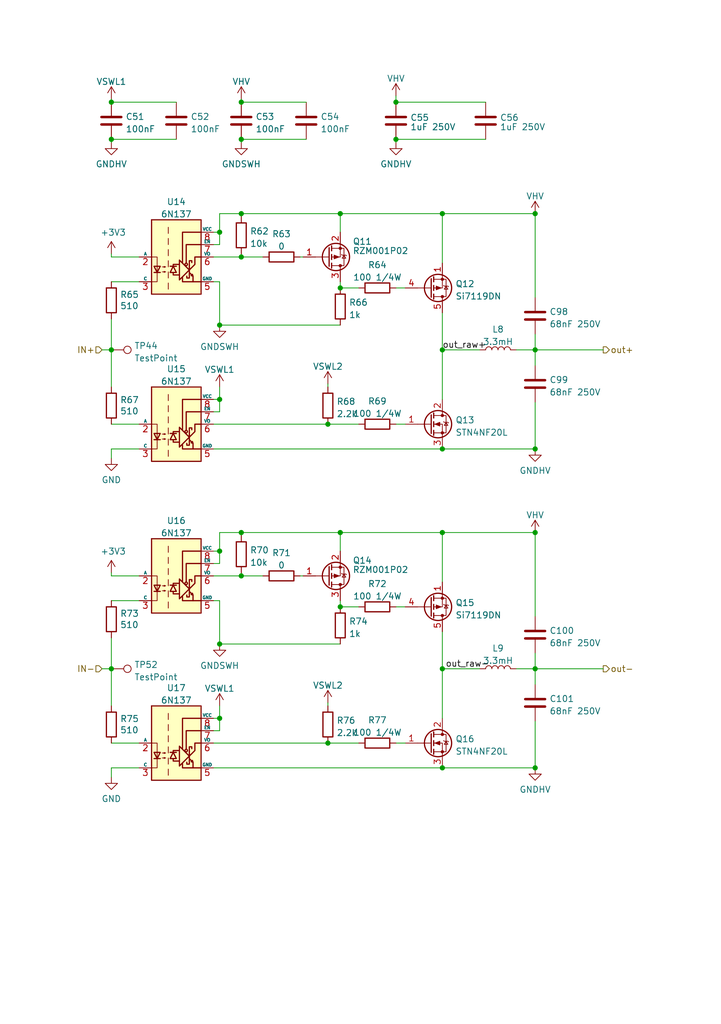
<source format=kicad_sch>
(kicad_sch (version 20230121) (generator eeschema)
  (paper "A5" portrait)
  (title_block (title "EL Controller - Output Channel") (date "2022-04-03") (rev "2") (company "Light By Christian Baldus"))
  (lib_symbols
    (symbol "Connector:TestPoint" (pin_numbers hide) (pin_names (offset 0.762) hide)
      (property "Reference" "TP" (at 0 6.858 0))
      (property "Value" "TestPoint" (at 0 5.08 0))
      (symbol "TestPoint_0_1"
        (circle (center 0 3.302) (radius 0.762))
      )
      (symbol "TestPoint_1_1"
        (pin passive line (at 0 0 90) (length 2.54) (name "1") (number "1"))
      )
    )
    (symbol "Device:C" (pin_numbers hide) (pin_names (offset 0.254))
      (property "Reference" "C" (at 0.635 2.54 0))
      (property "Value" "C" (at 0.635 -2.54 0))
      (symbol "C_0_1"
        (polyline (pts (xy -2.032 -0.762) (xy 2.032 -0.762)) (stroke (width 0.508)))
        (polyline (pts (xy -2.032 0.762) (xy 2.032 0.762)) (stroke (width 0.508)))
      )
      (symbol "C_1_1"
        (pin passive line (at 0 3.81 270) (length 2.794) (name "~") (number "1"))
        (pin passive line (at 0 -3.81 90) (length 2.794) (name "~") (number "2"))
      )
    )
    (symbol "Device:L" (pin_numbers hide) (pin_names (offset 1.016) hide)
      (property "Reference" "L" (at -1.27 0 90))
      (property "Value" "L" (at 1.905 0 90))
      (symbol "L_0_1"
        (arc (start 0 -2.54) (mid 0.6323 -1.905) (end 0 -1.27))
        (arc (start 0 -1.27) (mid 0.6323 -0.635) (end 0 0))
        (arc (start 0 0) (mid 0.6323 0.635) (end 0 1.27))
        (arc (start 0 1.27) (mid 0.6323 1.905) (end 0 2.54))
      )
      (symbol "L_1_1"
        (pin passive line (at 0 3.81 270) (length 1.27) (name "1") (number "1"))
        (pin passive line (at 0 -3.81 90) (length 1.27) (name "2") (number "2"))
      )
    )
    (symbol "Device:Q_PMOS_GSD" (pin_names (offset 0) hide)
      (property "Reference" "Q" (at 5.08 1.27 0))
      (property "Value" "Q_PMOS_GSD" (at 5.08 -1.27 0))
      (symbol "Q_PMOS_GSD_0_1"
        (polyline (pts (xy 0.254 0) (xy -2.54 0)))
        (polyline (pts (xy 0.254 1.905) (xy 0.254 -1.905)) (stroke (width 0.254)))
        (polyline (pts (xy 0.762 -1.27) (xy 0.762 -2.286)) (stroke (width 0.254)))
        (polyline (pts (xy 0.762 0.508) (xy 0.762 -0.508)) (stroke (width 0.254)))
        (polyline (pts (xy 0.762 2.286) (xy 0.762 1.27)) (stroke (width 0.254)))
        (polyline (pts (xy 2.54 2.54) (xy 2.54 1.778)))
        (polyline (pts (xy 2.54 -2.54) (xy 2.54 0) (xy 0.762 0)))
        (polyline (pts (xy 0.762 1.778) (xy 3.302 1.778) (xy 3.302 -1.778) (xy 0.762 -1.778)))
        (polyline (pts (xy 2.286 0) (xy 1.27 0.381) (xy 1.27 -0.381) (xy 2.286 0)) (fill (type outline)))
        (polyline (pts (xy 2.794 -0.508) (xy 2.921 -0.381) (xy 3.683 -0.381) (xy 3.81 -0.254)))
        (polyline (pts (xy 3.302 -0.381) (xy 2.921 0.254) (xy 3.683 0.254) (xy 3.302 -0.381)))
        (circle (center 1.651 0) (radius 2.794) (stroke (width 0.254)))
        (circle (center 2.54 -1.778) (radius 0.254) (fill (type outline)))
        (circle (center 2.54 1.778) (radius 0.254) (fill (type outline)))
      )
      (symbol "Q_PMOS_GSD_1_1"
        (pin input line (at -5.08 0 0) (length 2.54) (name "G") (number "1"))
        (pin passive line (at 2.54 -5.08 90) (length 2.54) (name "S") (number "2"))
        (pin passive line (at 2.54 5.08 270) (length 2.54) (name "D") (number "3"))
      )
    )
    (symbol "Device:R" (pin_numbers hide) (pin_names (offset 0))
      (property "Reference" "R" (at 2.032 0 90))
      (property "Value" "R" (at 0 0 90))
      (symbol "R_0_1"
        (rectangle (start -1.016 -2.54) (end 1.016 2.54) (stroke (width 0.254)))
      )
      (symbol "R_1_1"
        (pin passive line (at 0 3.81 270) (length 1.27) (name "~") (number "1"))
        (pin passive line (at 0 -3.81 90) (length 1.27) (name "~") (number "2"))
      )
    )
    (symbol "Isolator:6N137" (pin_names (offset 0))
      (property "Reference" "U" (at -4.064 8.89 0))
      (property "Value" "6N137" (at 0 -8.89 0))
      (symbol "6N137_0_1"
        (polyline (pts (xy 2.667 -3.556) (xy 2.667 -1.651)) (stroke (width 0.254)))
        (polyline (pts (xy 2.667 -2.159) (xy 2.667 -2.921)) (stroke (width 0.254)))
        (polyline (pts (xy 3.429 -3.937) (xy 3.429 -5.08)) (stroke (width 0.254)))
        (polyline (pts (xy -0.635 -3.302) (xy -0.635 -3.683) (xy 0.635 -3.683)) (stroke (width 0.254)))
        (polyline (pts (xy -0.635 -1.905) (xy -0.635 -1.524) (xy 0.508 -1.524)) (stroke (width 0.254)))
        (polyline (pts (xy 1.27 -4.064) (xy 1.27 -5.08) (xy 5.08 -5.08)) (stroke (width 0.254)))
        (polyline (pts (xy 1.27 -1.27) (xy 1.27 5.08) (xy 5.08 5.08)) (stroke (width 0.254)))
        (polyline (pts (xy 2.032 -1.27) (xy 2.032 2.54) (xy 5.08 2.54)) (stroke (width 0.254)))
        (polyline (pts (xy -5.08 -5.08) (xy -3.937 -5.08) (xy -3.937 0) (xy -5.08 0)))
        (polyline (pts (xy 2.667 -3.302) (xy 2.667 -4.318) (xy 2.159 -4.318) (xy 2.159 -3.937)) (stroke (width 0.254)))
        (polyline (pts (xy 2.667 -2.667) (xy 0.635 -4.699) (xy 0.635 -0.635) (xy 2.667 -2.667)) (stroke (width 0.254)))
        (polyline (pts (xy 2.667 -1.778) (xy 2.667 -0.762) (xy 3.175 -0.762) (xy 3.175 -1.143)) (stroke (width 0.254)))
        (polyline (pts (xy 2.794 -2.54) (xy 3.81 -1.524) (xy 3.81 0) (xy 5.08 0)) (stroke (width 0.254)))
        (polyline (pts (xy 2.667 -3.175) (xy 3.429 -3.937) (xy 3.302 -3.556) (xy 3.048 -3.81) (xy 3.429 -3.937)) (stroke (width 0.254)))
        (circle (center 2.032 -1.524) (radius 0.254) (stroke (width 0.254)))
      )
      (symbol "6N137_1_1"
        (rectangle (start -5.08 7.62) (end 5.08 -7.62) (stroke (width 0.254)) (fill (type background)))
        (polyline (pts (xy -4.572 -3.175) (xy -3.302 -3.175)) (stroke (width 0.254)))
        (polyline (pts (xy -1.651 -5.334) (xy -1.651 -6.604)))
        (polyline (pts (xy -1.651 -3.048) (xy -1.651 -4.318)))
        (polyline (pts (xy -1.651 -0.762) (xy -1.651 -2.032)))
        (polyline (pts (xy -1.651 1.524) (xy -1.651 0.254)))
        (polyline (pts (xy -1.651 3.81) (xy -1.651 2.54)))
        (polyline (pts (xy -1.651 6.096) (xy -1.651 4.826)))
        (polyline (pts (xy -1.27 -1.905) (xy 0 -1.905)) (stroke (width 0.254)))
        (polyline (pts (xy -3.937 -3.175) (xy -4.572 -1.905) (xy -3.302 -1.905) (xy -3.937 -3.175)) (stroke (width 0.254)))
        (polyline (pts (xy -0.635 -1.905) (xy -1.27 -3.175) (xy 0 -3.175) (xy -0.635 -1.905)) (stroke (width 0.254)))
        (polyline (pts (xy -2.921 -3.048) (xy -2.159 -3.048) (xy -2.54 -3.175) (xy -2.54 -2.921) (xy -2.159 -3.048)) (stroke (width 0.127)))
        (polyline (pts (xy -2.921 -2.032) (xy -2.159 -2.032) (xy -2.54 -2.159) (xy -2.54 -1.905) (xy -2.159 -2.032)) (stroke (width 0.127)))
        (pin no_connect line (at -5.08 5.08 0) (length 2.54) hide (name "NC") (number "1"))
        (pin passive line (at -7.62 0 0) (length 2.54) (name "A") (number "2"))
        (pin passive line (at -7.62 -5.08 0) (length 2.54) (name "C") (number "3"))
        (pin power_in line (at 7.62 -5.08 180) (length 2.54) (name "GND") (number "5"))
        (pin open_collector line (at 7.62 0 180) (length 2.54) (name "VO") (number "6"))
        (pin input line (at 7.62 2.54 180) (length 2.54) (name "EN") (number "7"))
        (pin power_in line (at 7.62 5.08 180) (length 2.54) (name "VCC") (number "8"))
      )
    )
    (symbol "el_components:GNDHV" (power) (pin_names (offset 0))
      (property "Value" "GNDHV" (at 0 -3.81 0))
      (symbol "GNDHV_0_1"
        (polyline (pts (xy 0 0) (xy 0 -1.27) (xy 1.27 -1.27) (xy 0 -2.54) (xy -1.27 -1.27) (xy 0 -1.27)))
      )
      (symbol "GNDHV_1_1"
        (pin power_in line (at 0 0 270) (length 0) hide (name "GNDHV") (number "1"))
      )
    )
    (symbol "el_components:GNDSWH" (power) (pin_names (offset 0))
      (property "Value" "GNDSWH" (at 0 -3.81 0))
      (symbol "GNDSWH_0_1"
        (polyline (pts (xy 0 0) (xy 0 -1.27) (xy 1.27 -1.27) (xy 0 -2.54) (xy -1.27 -1.27) (xy 0 -1.27)))
      )
      (symbol "GNDSWH_1_1"
        (pin power_in line (at 0 0 270) (length 0) hide (name "GNDSWH") (number "1"))
      )
    )
    (symbol "el_components:STN4NF20L" (pin_names (offset 0) hide)
      (property "Reference" "Q" (at 5.08 1.27 0))
      (property "Value" "STN4NF20L" (at 5.08 -1.27 0))
      (symbol "STN4NF20L_0_1"
        (polyline (pts (xy 0.254 0) (xy -2.54 0)))
        (polyline (pts (xy 0.254 1.905) (xy 0.254 -1.905)) (stroke (width 0.254)))
        (polyline (pts (xy 0.762 -1.27) (xy 0.762 -2.286)) (stroke (width 0.254)))
        (polyline (pts (xy 0.762 0.508) (xy 0.762 -0.508)) (stroke (width 0.254)))
        (polyline (pts (xy 0.762 2.286) (xy 0.762 1.27)) (stroke (width 0.254)))
        (polyline (pts (xy 2.54 2.54) (xy 2.54 1.778)))
        (polyline (pts (xy 2.54 -2.54) (xy 2.54 0) (xy 0.762 0)))
        (polyline (pts (xy 0.762 -1.778) (xy 3.302 -1.778) (xy 3.302 1.778) (xy 0.762 1.778)))
        (polyline (pts (xy 1.016 0) (xy 2.032 0.381) (xy 2.032 -0.381) (xy 1.016 0)) (fill (type outline)))
        (polyline (pts (xy 2.794 0.508) (xy 2.921 0.381) (xy 3.683 0.381) (xy 3.81 0.254)))
        (polyline (pts (xy 3.302 0.381) (xy 2.921 -0.254) (xy 3.683 -0.254) (xy 3.302 0.381)))
        (circle (center 1.651 0) (radius 2.794) (stroke (width 0.254)))
        (circle (center 2.54 -1.778) (radius 0.254) (fill (type outline)))
        (circle (center 2.54 1.778) (radius 0.254) (fill (type outline)))
      )
      (symbol "STN4NF20L_1_1"
        (pin input line (at -5.08 0 0) (length 2.54) (name "G") (number "1"))
        (pin passive line (at 2.54 5.08 270) (length 2.54) (name "D") (number "2"))
        (pin passive line (at 2.54 -5.08 90) (length 2.54) (name "S") (number "3"))
      )
    )
    (symbol "el_components:Si7119DN" (pin_names (offset 0) hide)
      (property "Reference" "Q" (at 5.08 1.27 0))
      (symbol "Si7119DN_0_0"
        (pin input line (at -5.08 0 0) (length 2.54) (name "G") (number "4"))
        (pin passive line (at 2.54 5.08 270) (length 2.54) (name "D") (number "5"))
      )
      (symbol "Si7119DN_0_1"
        (polyline (pts (xy 0.254 0) (xy -2.54 0)))
        (polyline (pts (xy 0.254 1.905) (xy 0.254 -1.905)) (stroke (width 0.254)))
        (polyline (pts (xy 0.762 -1.27) (xy 0.762 -2.286)) (stroke (width 0.254)))
        (polyline (pts (xy 0.762 0.508) (xy 0.762 -0.508)) (stroke (width 0.254)))
        (polyline (pts (xy 0.762 2.286) (xy 0.762 1.27)) (stroke (width 0.254)))
        (polyline (pts (xy 2.54 2.54) (xy 2.54 1.778)))
        (polyline (pts (xy 2.54 -2.54) (xy 2.54 0) (xy 0.762 0)))
        (polyline (pts (xy 0.762 1.778) (xy 3.302 1.778) (xy 3.302 -1.778) (xy 0.762 -1.778)))
        (polyline (pts (xy 2.286 0) (xy 1.27 0.381) (xy 1.27 -0.381) (xy 2.286 0)) (fill (type outline)))
        (polyline (pts (xy 2.794 -0.508) (xy 2.921 -0.381) (xy 3.683 -0.381) (xy 3.81 -0.254)))
        (polyline (pts (xy 3.302 -0.381) (xy 2.921 0.254) (xy 3.683 0.254) (xy 3.302 -0.381)))
        (circle (center 1.651 0) (radius 2.794) (stroke (width 0.254)))
        (circle (center 2.54 -1.778) (radius 0.254) (fill (type outline)))
        (circle (center 2.54 1.778) (radius 0.254) (fill (type outline)))
      )
      (symbol "Si7119DN_1_1"
        (pin passive line (at 2.54 -5.08 90) (length 2.54) (name "S") (number "1"))
        (pin passive line (at 2.54 -5.08 90) (length 2.54) hide (name "S") (number "2"))
        (pin passive line (at 2.54 -5.08 90) (length 2.54) hide (name "S") (number "3"))
      )
    )
    (symbol "el_components:VHV" (power) (pin_names (offset 0))
      (property "Value" "VHV" (at 0 3.81 0))
      (symbol "VHV_0_1"
        (polyline (pts (xy -0.762 1.27) (xy 0 2.54)))
        (polyline (pts (xy 0 0) (xy 0 2.54)))
        (polyline (pts (xy 0 2.54) (xy 0.762 1.27)))
      )
      (symbol "VHV_1_1"
        (pin power_in line (at 0 0 90) (length 0) hide (name "VHV") (number "1"))
      )
    )
    (symbol "el_components:VSWL1" (power) (pin_names (offset 0))
      (property "Value" "VSWL1" (at 0 3.81 0))
      (symbol "VSWL1_0_1"
        (polyline (pts (xy -0.762 1.27) (xy 0 2.54)))
        (polyline (pts (xy 0 0) (xy 0 2.54)))
        (polyline (pts (xy 0 2.54) (xy 0.762 1.27)))
      )
      (symbol "VSWL1_1_1"
        (pin power_in line (at 0 0 90) (length 0) hide (name "VSWL1") (number "1"))
      )
    )
    (symbol "el_components:VSWL2" (power) (pin_names (offset 0))
      (property "Value" "VSWL2" (at 0 3.81 0))
      (symbol "VSWL2_0_1"
        (polyline (pts (xy -0.762 1.27) (xy 0 2.54)))
        (polyline (pts (xy 0 0) (xy 0 2.54)))
        (polyline (pts (xy 0 2.54) (xy 0.762 1.27)))
      )
      (symbol "VSWL2_1_1"
        (pin power_in line (at 0 0 90) (length 0) hide (name "VSWL2") (number "1"))
      )
    )
    (symbol "power:+3V3" (power) (pin_names (offset 0))
      (property "Value" "+3V3" (at 0 3.556 0))
      (symbol "+3V3_0_1"
        (polyline (pts (xy -0.762 1.27) (xy 0 2.54)))
        (polyline (pts (xy 0 0) (xy 0 2.54)))
        (polyline (pts (xy 0 2.54) (xy 0.762 1.27)))
      )
      (symbol "+3V3_1_1"
        (pin power_in line (at 0 0 90) (length 0) hide (name "+3V3") (number "1"))
      )
    )
    (symbol "power:GND" (power) (pin_names (offset 0))
      (property "Value" "GND" (at 0 -3.81 0))
      (symbol "GND_0_1"
        (polyline (pts (xy 0 0) (xy 0 -1.27) (xy 1.27 -1.27) (xy 0 -2.54) (xy -1.27 -1.27) (xy 0 -1.27)))
      )
      (symbol "GND_1_1"
        (pin power_in line (at 0 0 270) (length 0) hide (name "GND") (number "1"))
      )
    )
  )
  (junction (at 22.86 28.575))
  (junction (at 109.855 43.815))
  (junction (at 109.855 137.16))
  (junction (at 22.86 20.955))
  (junction (at 49.53 118.11))
  (junction (at 49.53 43.815))
  (junction (at 49.53 20.955))
  (junction (at 69.85 59.055))
  (junction (at 90.805 109.22))
  (junction (at 22.86 137.16))
  (junction (at 49.53 28.575))
  (junction (at 67.31 152.4))
  (junction (at 22.86 71.755))
  (junction (at 109.855 157.48))
  (junction (at 45.085 113.03))
  (junction (at 90.805 43.815))
  (junction (at 45.085 132.08))
  (junction (at 49.53 109.22))
  (junction (at 81.28 28.575))
  (junction (at 45.085 147.32))
  (junction (at 69.85 43.815))
  (junction (at 109.855 109.22))
  (junction (at 69.85 109.22))
  (junction (at 45.085 81.915))
  (junction (at 69.85 124.46))
  (junction (at 90.805 71.755))
  (junction (at 45.085 47.625))
  (junction (at 109.855 71.755))
  (junction (at 81.28 20.955))
  (junction (at 90.805 92.075))
  (junction (at 49.53 52.705))
  (junction (at 45.085 66.675))
  (junction (at 109.855 92.075))
  (junction (at 90.805 157.48))
  (junction (at 90.805 137.16))
  (junction (at 67.31 86.995))
  (wire (pts (xy 49.53 43.815) (xy 49.53 44.45)))
  (wire (pts (xy 67.31 144.145) (xy 67.31 144.78)))
  (wire (pts (xy 43.815 115.57) (xy 45.085 115.57)))
  (wire (pts (xy 81.28 152.4) (xy 83.185 152.4)))
  (wire (pts (xy 69.85 123.19) (xy 69.85 124.46)))
  (wire (pts (xy 22.86 52.705) (xy 28.575 52.705)))
  (wire (pts (xy 90.805 137.16) (xy 90.805 147.32)))
  (wire (pts (xy 20.955 137.16) (xy 22.86 137.16)))
  (wire (pts (xy 49.53 28.575) (xy 49.53 29.21)))
  (wire (pts (xy 43.815 57.785) (xy 45.085 57.785)))
  (wire (pts (xy 22.86 57.785) (xy 28.575 57.785)))
  (wire (pts (xy 49.53 109.22) (xy 69.85 109.22)))
  (wire (pts (xy 45.085 149.86) (xy 45.085 147.32)))
  (wire (pts (xy 49.53 109.22) (xy 49.53 109.855)))
  (wire (pts (xy 67.31 152.4) (xy 73.66 152.4)))
  (wire (pts (xy 109.855 137.16) (xy 123.825 137.16)))
  (wire (pts (xy 43.815 47.625) (xy 45.085 47.625)))
  (wire (pts (xy 22.86 28.575) (xy 22.86 29.21)))
  (wire (pts (xy 22.86 65.405) (xy 22.86 71.755)))
  (wire (pts (xy 45.085 79.375) (xy 45.085 81.915)))
  (wire (pts (xy 22.86 20.955) (xy 22.86 20.32)))
  (wire (pts (xy 22.86 86.995) (xy 28.575 86.995)))
  (wire (pts (xy 22.86 117.475) (xy 22.86 118.11)))
  (wire (pts (xy 22.86 92.075) (xy 22.86 93.98)))
  (wire (pts (xy 90.805 43.815) (xy 109.855 43.815)))
  (wire (pts (xy 36.195 28.575) (xy 22.86 28.575)))
  (wire (pts (xy 109.855 157.48) (xy 109.855 147.955)))
  (wire (pts (xy 109.855 43.815) (xy 109.855 60.96)))
  (wire (pts (xy 28.575 157.48) (xy 22.86 157.48)))
  (wire (pts (xy 81.28 28.575) (xy 81.28 29.21)))
  (wire (pts (xy 109.855 68.58) (xy 109.855 71.755)))
  (wire (pts (xy 43.815 50.165) (xy 45.085 50.165)))
  (wire (pts (xy 43.815 147.32) (xy 45.085 147.32)))
  (wire (pts (xy 45.085 109.22) (xy 49.53 109.22)))
  (wire (pts (xy 49.53 20.955) (xy 49.53 20.32)))
  (wire (pts (xy 106.045 71.755) (xy 109.855 71.755)))
  (wire (pts (xy 109.855 133.985) (xy 109.855 137.16)))
  (wire (pts (xy 45.085 144.78) (xy 45.085 147.32)))
  (wire (pts (xy 49.53 52.705) (xy 53.975 52.705)))
  (wire (pts (xy 45.085 109.22) (xy 45.085 113.03)))
  (wire (pts (xy 90.805 157.48) (xy 109.855 157.48)))
  (wire (pts (xy 90.805 71.755) (xy 98.425 71.755)))
  (wire (pts (xy 45.085 47.625) (xy 45.085 50.165)))
  (wire (pts (xy 81.28 86.995) (xy 83.185 86.995)))
  (wire (pts (xy 81.28 59.055) (xy 83.185 59.055)))
  (wire (pts (xy 43.815 123.19) (xy 45.085 123.19)))
  (wire (pts (xy 73.66 59.055) (xy 69.85 59.055)))
  (wire (pts (xy 43.815 92.075) (xy 90.805 92.075)))
  (wire (pts (xy 61.595 52.705) (xy 62.23 52.705)))
  (wire (pts (xy 43.815 118.11) (xy 49.53 118.11)))
  (wire (pts (xy 61.595 118.11) (xy 62.23 118.11)))
  (wire (pts (xy 90.805 64.135) (xy 90.805 71.755)))
  (wire (pts (xy 81.28 19.685) (xy 81.28 20.955)))
  (wire (pts (xy 43.815 84.455) (xy 45.085 84.455)))
  (wire (pts (xy 43.815 113.03) (xy 45.085 113.03)))
  (wire (pts (xy 81.28 20.955) (xy 99.695 20.955)))
  (wire (pts (xy 45.085 113.03) (xy 45.085 115.57)))
  (wire (pts (xy 90.805 137.16) (xy 98.425 137.16)))
  (wire (pts (xy 69.85 43.815) (xy 69.85 47.625)))
  (wire (pts (xy 90.805 43.815) (xy 90.805 53.975)))
  (wire (pts (xy 90.805 71.755) (xy 90.805 81.915)))
  (wire (pts (xy 62.865 20.955) (xy 49.53 20.955)))
  (wire (pts (xy 22.86 152.4) (xy 28.575 152.4)))
  (wire (pts (xy 45.085 43.815) (xy 49.53 43.815)))
  (wire (pts (xy 109.855 126.365) (xy 109.855 109.22)))
  (wire (pts (xy 90.805 43.815) (xy 69.85 43.815)))
  (wire (pts (xy 73.66 124.46) (xy 69.85 124.46)))
  (wire (pts (xy 90.805 129.54) (xy 90.805 137.16)))
  (wire (pts (xy 43.815 152.4) (xy 67.31 152.4)))
  (wire (pts (xy 81.28 28.575) (xy 99.695 28.575)))
  (wire (pts (xy 36.195 20.955) (xy 22.86 20.955)))
  (wire (pts (xy 22.86 71.755) (xy 22.86 79.375)))
  (wire (pts (xy 109.855 92.075) (xy 90.805 92.075)))
  (wire (pts (xy 69.85 57.785) (xy 69.85 59.055)))
  (wire (pts (xy 22.86 137.16) (xy 22.86 144.78)))
  (wire (pts (xy 109.855 137.16) (xy 109.855 140.335)))
  (wire (pts (xy 109.855 109.22) (xy 90.805 109.22)))
  (wire (pts (xy 22.86 52.07) (xy 22.86 52.705)))
  (wire (pts (xy 49.53 117.475) (xy 49.53 118.11)))
  (wire (pts (xy 45.085 123.19) (xy 45.085 132.08)))
  (wire (pts (xy 49.53 118.11) (xy 53.975 118.11)))
  (wire (pts (xy 28.575 92.075) (xy 22.86 92.075)))
  (wire (pts (xy 49.53 52.07) (xy 49.53 52.705)))
  (wire (pts (xy 49.53 43.815) (xy 69.85 43.815)))
  (wire (pts (xy 20.955 71.755) (xy 22.86 71.755)))
  (wire (pts (xy 22.86 130.81) (xy 22.86 137.16)))
  (wire (pts (xy 109.855 71.755) (xy 109.855 74.93)))
  (wire (pts (xy 22.86 123.19) (xy 28.575 123.19)))
  (wire (pts (xy 45.085 43.815) (xy 45.085 47.625)))
  (wire (pts (xy 90.805 109.22) (xy 90.805 119.38)))
  (wire (pts (xy 62.865 28.575) (xy 49.53 28.575)))
  (wire (pts (xy 67.31 86.995) (xy 73.66 86.995)))
  (wire (pts (xy 22.86 118.11) (xy 28.575 118.11)))
  (wire (pts (xy 43.815 157.48) (xy 90.805 157.48)))
  (wire (pts (xy 43.815 149.86) (xy 45.085 149.86)))
  (wire (pts (xy 45.085 84.455) (xy 45.085 81.915)))
  (wire (pts (xy 106.045 137.16) (xy 109.855 137.16)))
  (wire (pts (xy 45.085 66.675) (xy 69.85 66.675)))
  (wire (pts (xy 90.805 109.22) (xy 69.85 109.22)))
  (wire (pts (xy 22.86 157.48) (xy 22.86 159.385)))
  (wire (pts (xy 81.28 124.46) (xy 83.185 124.46)))
  (wire (pts (xy 43.815 86.995) (xy 67.31 86.995)))
  (wire (pts (xy 45.085 132.08) (xy 69.85 132.08)))
  (wire (pts (xy 43.815 81.915) (xy 45.085 81.915)))
  (wire (pts (xy 45.085 57.785) (xy 45.085 66.675)))
  (wire (pts (xy 109.855 71.755) (xy 123.825 71.755)))
  (wire (pts (xy 109.855 82.55) (xy 109.855 92.075)))
  (wire (pts (xy 67.31 78.74) (xy 67.31 79.375)))
  (wire (pts (xy 43.815 52.705) (xy 49.53 52.705)))
  (wire (pts (xy 69.85 109.22) (xy 69.85 113.03)))
  (label "out_raw-" (at 91.44 137.16 0))
  (label "out_raw+" (at 90.805 71.755 0))
  (hierarchical_label "IN-" (shape input) (at 20.955 137.16 180))
  (hierarchical_label "IN+" (shape input) (at 20.955 71.755 180))
  (hierarchical_label "out+" (shape output) (at 123.825 71.755 0))
  (hierarchical_label "out-" (shape output) (at 123.825 137.16 0))
  (symbol (lib_id "power:GND") (at 22.86 93.98 0) (unit 1)
    (property "Reference" "#PWR0125" (effects hide))
    (property "Value" "GND" (at 22.86 98.4234 0))
    (instances (project "ELController" (path "" (reference "#PWR0125") (unit 1)) (path "" (reference "#PWR0105") (unit 1)) (path "" (reference "#PWR0165") (unit 1)) (path "" (reference "#PWR0145") (unit 1)) (path "" (reference "#PWR0185") (unit 1)) (path "" (reference "#PWR0225") (unit 1)) (path "" (reference "#PWR0205") (unit 1)) (path "" (reference "#PWR0245") (unit 1))))
  )
  (symbol (lib_id "el_components:GNDHV") (at 22.86 29.21 0) (unit 1)
    (property "Reference" "#PWR0116" (effects hide))
    (property "Value" "GNDHV" (at 22.86 33.6534 0))
    (instances (project "ELController" (path "" (reference "#PWR0116") (unit 1)) (path "" (reference "#PWR096") (unit 1)) (path "" (reference "#PWR0156") (unit 1)) (path "" (reference "#PWR0136") (unit 1)) (path "" (reference "#PWR0176") (unit 1)) (path "" (reference "#PWR0216") (unit 1)) (path "" (reference "#PWR0196") (unit 1)) (path "" (reference "#PWR0236") (unit 1))))
  )
  (symbol (lib_id "power:GND") (at 22.86 159.385 0) (unit 1)
    (property "Reference" "#PWR0132" (effects hide))
    (property "Value" "GND" (at 22.86 163.8284 0))
    (instances (project "ELController" (path "" (reference "#PWR0132") (unit 1)) (path "" (reference "#PWR0112") (unit 1)) (path "" (reference "#PWR0172") (unit 1)) (path "" (reference "#PWR0152") (unit 1)) (path "" (reference "#PWR0192") (unit 1)) (path "" (reference "#PWR0232") (unit 1)) (path "" (reference "#PWR0212") (unit 1)) (path "" (reference "#PWR0252") (unit 1))))
  )
  (symbol (lib_id "Device:R") (at 22.86 148.59 180) (unit 1)
    (property "Reference" "R75" (at 24.638 147.4216 0) (effects (justify right)))
    (property "Value" "510" (at 24.638 149.733 0) (effects (justify right)))
    (property "Footprint" "Resistor_SMD:R_0603_1608Metric" (effects hide))
    (instances (project "ELController" (path "" (reference "R75") (unit 1)) (path "" (reference "R59") (unit 1)) (path "" (reference "R107") (unit 1)) (path "" (reference "R91") (unit 1)) (path "" (reference "R123") (unit 1)) (path "" (reference "R155") (unit 1)) (path "" (reference "R139") (unit 1)) (path "" (reference "R171") (unit 1))))
  )
  (symbol (lib_id "el_components:GNDSWH") (at 45.085 132.08 0) (unit 1)
    (property "Reference" "#PWR0128" (effects hide))
    (property "Value" "GNDSWH" (at 45.085 136.5234 0))
    (instances (project "ELController" (path "" (reference "#PWR0128") (unit 1)) (path "" (reference "#PWR0108") (unit 1)) (path "" (reference "#PWR0168") (unit 1)) (path "" (reference "#PWR0148") (unit 1)) (path "" (reference "#PWR0188") (unit 1)) (path "" (reference "#PWR0228") (unit 1)) (path "" (reference "#PWR0208") (unit 1)) (path "" (reference "#PWR0248") (unit 1))))
  )
  (symbol (lib_id "el_components:VHV") (at 49.53 20.32 0) (unit 1)
    (property "Reference" "#PWR0115" (effects hide))
    (property "Value" "VHV" (at 49.53 16.7442 0))
    (instances (project "ELController" (path "" (reference "#PWR0115") (unit 1)) (path "" (reference "#PWR095") (unit 1)) (path "" (reference "#PWR0155") (unit 1)) (path "" (reference "#PWR0135") (unit 1)) (path "" (reference "#PWR0175") (unit 1)) (path "" (reference "#PWR0215") (unit 1)) (path "" (reference "#PWR0195") (unit 1)) (path "" (reference "#PWR0235") (unit 1))))
  )
  (symbol (lib_id "Device:C") (at 109.855 144.145 0) (unit 1)
    (property "Reference" "C101" (at 112.776 143.3103 0) (effects (justify left)))
    (property "Value" "68nF 250V" (at 112.776 145.8472 0) (effects (justify left)))
    (property "Footprint" "Capacitor_SMD:C_1206_3216Metric" (effects hide))
    (instances (project "ELController" (path "" (reference "C101") (unit 1)) (path "" (reference "C97") (unit 1)) (path "" (reference "C109") (unit 1)) (path "" (reference "C105") (unit 1)) (path "" (reference "C113") (unit 1)) (path "" (reference "C121") (unit 1)) (path "" (reference "C117") (unit 1)) (path "" (reference "C125") (unit 1))))
  )
  (symbol (lib_id "Device:R") (at 69.85 62.865 0) (unit 1)
    (property "Reference" "R66" (at 71.628 62.0303 0) (effects (justify left)))
    (property "Value" "1k" (at 71.628 64.5672 0) (effects (justify left)))
    (property "Footprint" "Resistor_SMD:R_0603_1608Metric" (effects hide))
    (instances (project "ELController" (path "" (reference "R66") (unit 1)) (path "" (reference "R50") (unit 1)) (path "" (reference "R98") (unit 1)) (path "" (reference "R82") (unit 1)) (path "" (reference "R114") (unit 1)) (path "" (reference "R146") (unit 1)) (path "" (reference "R130") (unit 1)) (path "" (reference "R162") (unit 1))))
  )
  (symbol (lib_id "Device:C") (at 36.195 24.765 0) (unit 1)
    (property "Reference" "C52" (at 39.116 23.9303 0) (effects (justify left)))
    (property "Value" "100nF" (at 39.116 26.4672 0) (effects (justify left)))
    (property "Footprint" "Capacitor_SMD:C_0603_1608Metric" (effects hide))
    (instances (project "ELController" (path "" (reference "C52") (unit 1)) (path "" (reference "C46") (unit 1)) (path "" (reference "C64") (unit 1)) (path "" (reference "C58") (unit 1)) (path "" (reference "C70") (unit 1)) (path "" (reference "C82") (unit 1)) (path "" (reference "C76") (unit 1)) (path "" (reference "C88") (unit 1))))
  )
  (symbol (lib_id "Device:R") (at 77.47 152.4 90) (unit 1)
    (property "Reference" "R77" (at 77.47 147.6842 90))
    (property "Value" "100 1/4W" (at 77.47 150.2211 90))
    (property "Footprint" "Resistor_SMD:R_0805_2012Metric" (effects hide))
    (instances (project "ELController" (path "" (reference "R77") (unit 1)) (path "" (reference "R61") (unit 1)) (path "" (reference "R109") (unit 1)) (path "" (reference "R93") (unit 1)) (path "" (reference "R125") (unit 1)) (path "" (reference "R157") (unit 1)) (path "" (reference "R141") (unit 1)) (path "" (reference "R173") (unit 1))))
  )
  (symbol (lib_id "Device:Q_PMOS_GSD") (at 67.31 52.705 0) (mirror x) (unit 1)
    (property "Reference" "Q11" (at 72.39 49.53 0) (effects (justify left)))
    (property "Value" "RZM001P02" (at 72.39 51.435 0) (effects (justify left)))
    (property "Footprint" "EL-footprints:SOT-723_Rohm" (effects hide))
    (instances (project "ELController" (path "" (reference "Q11") (unit 1)) (path "" (reference "Q5") (unit 1)) (path "" (reference "Q23") (unit 1)) (path "" (reference "Q17") (unit 1)) (path "" (reference "Q29") (unit 1)) (path "" (reference "Q41") (unit 1)) (path "" (reference "Q35") (unit 1)) (path "" (reference "Q47") (unit 1))))
  )
  (symbol (lib_id "Device:L") (at 102.235 71.755 90) (unit 1)
    (property "Reference" "L8" (at 102.235 67.5472 90))
    (property "Value" "3.3mH" (at 102.235 70.0841 90))
    (property "Footprint" "EL-footprints:L_Radial_D13.5mm_P5.00mm" (effects hide))
    (instances (project "ELController" (path "" (reference "L8") (unit 1)) (path "" (reference "L6") (unit 1)) (path "" (reference "L12") (unit 1)) (path "" (reference "L10") (unit 1)) (path "" (reference "L14") (unit 1)) (path "" (reference "L18") (unit 1)) (path "" (reference "L16") (unit 1)) (path "" (reference "L20") (unit 1))))
  )
  (symbol (lib_id "power:+3V3") (at 22.86 52.07 0) (unit 1)
    (property "Reference" "#PWR0120" (effects hide))
    (property "Value" "+3V3" (at 23.241 47.6758 0))
    (instances (project "ELController" (path "" (reference "#PWR0120") (unit 1)) (path "" (reference "#PWR0100") (unit 1)) (path "" (reference "#PWR0160") (unit 1)) (path "" (reference "#PWR0140") (unit 1)) (path "" (reference "#PWR0180") (unit 1)) (path "" (reference "#PWR0220") (unit 1)) (path "" (reference "#PWR0200") (unit 1)) (path "" (reference "#PWR0240") (unit 1))))
  )
  (symbol (lib_id "el_components:STN4NF20L") (at 88.265 86.995 0) (unit 1)
    (property "Reference" "Q13" (at 93.472 86.1603 0) (effects (justify left)))
    (property "Value" "STN4NF20L" (at 93.472 88.6972 0) (effects (justify left)))
    (property "Footprint" "Package_TO_SOT_SMD:SOT-223-3_TabPin2" (effects hide))
    (property "Datasheet" "https://www.mouser.de/datasheet/2/389/cd00272247-1797117.pdf" (effects hide))
    (instances (project "ELController" (path "" (reference "Q13") (unit 1)) (path "" (reference "Q7") (unit 1)) (path "" (reference "Q25") (unit 1)) (path "" (reference "Q19") (unit 1)) (path "" (reference "Q31") (unit 1)) (path "" (reference "Q43") (unit 1)) (path "" (reference "Q37") (unit 1)) (path "" (reference "Q49") (unit 1))))
  )
  (symbol (lib_id "el_components:VHV") (at 81.28 19.685 0) (unit 1)
    (property "Reference" "#PWR0113" (effects hide))
    (property "Value" "VHV" (at 81.28 16.1092 0))
    (instances (project "ELController" (path "" (reference "#PWR0113") (unit 1)) (path "" (reference "#PWR093") (unit 1)) (path "" (reference "#PWR0153") (unit 1)) (path "" (reference "#PWR0133") (unit 1)) (path "" (reference "#PWR0173") (unit 1)) (path "" (reference "#PWR0213") (unit 1)) (path "" (reference "#PWR0193") (unit 1)) (path "" (reference "#PWR0233") (unit 1))))
  )
  (symbol (lib_id "Connector:TestPoint") (at 22.86 137.16 270) (unit 1)
    (property "Reference" "TP52" (at 27.559 136.3253 90) (effects (justify left)))
    (property "Value" "TestPoint" (at 27.559 138.8622 90) (effects (justify left)))
    (property "Footprint" "EL-footprints:TestPoint_THTPad_D2.0mm_Drill1.0mm" (effects hide))
    (instances (project "ELController" (path "" (reference "TP52") (unit 1)) (path "" (reference "TP36") (unit 1)) (path "" (reference "TP84") (unit 1)) (path "" (reference "TP68") (unit 1)) (path "" (reference "TP100") (unit 1)) (path "" (reference "TP132") (unit 1)) (path "" (reference "TP116") (unit 1)) (path "" (reference "TP148") (unit 1))))
  )
  (symbol (lib_id "el_components:STN4NF20L") (at 88.265 152.4 0) (unit 1)
    (property "Reference" "Q16" (at 93.472 151.5653 0) (effects (justify left)))
    (property "Value" "STN4NF20L" (at 93.472 154.1022 0) (effects (justify left)))
    (property "Footprint" "Package_TO_SOT_SMD:SOT-223-3_TabPin2" (effects hide))
    (property "Datasheet" "https://www.mouser.de/datasheet/2/389/cd00272247-1797117.pdf" (effects hide))
    (instances (project "ELController" (path "" (reference "Q16") (unit 1)) (path "" (reference "Q10") (unit 1)) (path "" (reference "Q28") (unit 1)) (path "" (reference "Q22") (unit 1)) (path "" (reference "Q34") (unit 1)) (path "" (reference "Q46") (unit 1)) (path "" (reference "Q40") (unit 1)) (path "" (reference "Q52") (unit 1))))
  )
  (symbol (lib_id "el_components:GNDHV") (at 81.28 29.21 0) (unit 1)
    (property "Reference" "#PWR0118" (effects hide))
    (property "Value" "GNDHV" (at 81.28 33.6534 0))
    (instances (project "ELController" (path "" (reference "#PWR0118") (unit 1)) (path "" (reference "#PWR098") (unit 1)) (path "" (reference "#PWR0158") (unit 1)) (path "" (reference "#PWR0138") (unit 1)) (path "" (reference "#PWR0178") (unit 1)) (path "" (reference "#PWR0218") (unit 1)) (path "" (reference "#PWR0198") (unit 1)) (path "" (reference "#PWR0238") (unit 1))))
  )
  (symbol (lib_id "Isolator:6N137") (at 36.195 118.11 0) (unit 1)
    (property "Reference" "U16" (at 36.195 106.7902 0))
    (property "Value" "6N137" (at 36.195 109.3271 0))
    (property "Footprint" "EL-footprints:PDIP-8_W10.16mm" (effects hide))
    (property "Datasheet" "https://docs.broadcom.com/docs/AV02-0940EN" (effects hide))
    (instances (project "ELController" (path "" (reference "U16") (unit 1)) (path "" (reference "U12") (unit 1)) (path "" (reference "U24") (unit 1)) (path "" (reference "U20") (unit 1)) (path "" (reference "U28") (unit 1)) (path "" (reference "U36") (unit 1)) (path "" (reference "U32") (unit 1)) (path "" (reference "U40") (unit 1))))
  )
  (symbol (lib_id "Device:C") (at 109.855 78.74 0) (unit 1)
    (property "Reference" "C99" (at 112.776 77.9053 0) (effects (justify left)))
    (property "Value" "68nF 250V" (at 112.776 80.4422 0) (effects (justify left)))
    (property "Footprint" "Capacitor_SMD:C_1206_3216Metric" (effects hide))
    (instances (project "ELController" (path "" (reference "C99") (unit 1)) (path "" (reference "C95") (unit 1)) (path "" (reference "C107") (unit 1)) (path "" (reference "C103") (unit 1)) (path "" (reference "C111") (unit 1)) (path "" (reference "C119") (unit 1)) (path "" (reference "C115") (unit 1)) (path "" (reference "C123") (unit 1))))
  )
  (symbol (lib_id "Device:R") (at 67.31 148.59 0) (unit 1)
    (property "Reference" "R76" (at 69.088 147.7553 0) (effects (justify left)))
    (property "Value" "2.2k" (at 69.088 150.2922 0) (effects (justify left)))
    (property "Footprint" "Resistor_SMD:R_0603_1608Metric" (effects hide))
    (instances (project "ELController" (path "" (reference "R76") (unit 1)) (path "" (reference "R60") (unit 1)) (path "" (reference "R108") (unit 1)) (path "" (reference "R92") (unit 1)) (path "" (reference "R124") (unit 1)) (path "" (reference "R156") (unit 1)) (path "" (reference "R140") (unit 1)) (path "" (reference "R172") (unit 1))))
  )
  (symbol (lib_id "el_components:GNDHV") (at 109.855 157.48 0) (unit 1)
    (property "Reference" "#PWR0131" (effects hide))
    (property "Value" "GNDHV" (at 109.855 161.9234 0))
    (instances (project "ELController" (path "" (reference "#PWR0131") (unit 1)) (path "" (reference "#PWR0111") (unit 1)) (path "" (reference "#PWR0171") (unit 1)) (path "" (reference "#PWR0151") (unit 1)) (path "" (reference "#PWR0191") (unit 1)) (path "" (reference "#PWR0231") (unit 1)) (path "" (reference "#PWR0211") (unit 1)) (path "" (reference "#PWR0251") (unit 1))))
  )
  (symbol (lib_id "el_components:Si7119DN") (at 88.265 59.055 0) (mirror x) (unit 1)
    (property "Reference" "Q12" (at 93.472 58.2203 0) (effects (justify left)))
    (property "Value" "Si7119DN" (at 93.472 60.7572 0) (effects (justify left)))
    (property "Footprint" "EL-footprints:Vishay_PowerPAK_1212-8_Single" (effects hide))
    (property "Datasheet" "https://www.mouser.de/datasheet/2/427/VISH_S_A0001142067_1-2567136.pdf" (effects hide))
    (instances (project "ELController" (path "" (reference "Q12") (unit 1)) (path "" (reference "Q6") (unit 1)) (path "" (reference "Q24") (unit 1)) (path "" (reference "Q18") (unit 1)) (path "" (reference "Q30") (unit 1)) (path "" (reference "Q42") (unit 1)) (path "" (reference "Q36") (unit 1)) (path "" (reference "Q48") (unit 1))))
  )
  (symbol (lib_id "Device:R") (at 77.47 59.055 90) (unit 1)
    (property "Reference" "R64" (at 77.47 54.3392 90))
    (property "Value" "100 1/4W" (at 77.47 56.8761 90))
    (property "Footprint" "Resistor_SMD:R_0805_2012Metric" (effects hide))
    (instances (project "ELController" (path "" (reference "R64") (unit 1)) (path "" (reference "R48") (unit 1)) (path "" (reference "R96") (unit 1)) (path "" (reference "R80") (unit 1)) (path "" (reference "R112") (unit 1)) (path "" (reference "R144") (unit 1)) (path "" (reference "R128") (unit 1)) (path "" (reference "R160") (unit 1))))
  )
  (symbol (lib_id "Device:R") (at 22.86 61.595 180) (unit 1)
    (property "Reference" "R65" (at 24.638 60.4266 0) (effects (justify right)))
    (property "Value" "510" (at 24.638 62.738 0) (effects (justify right)))
    (property "Footprint" "Resistor_SMD:R_0603_1608Metric" (effects hide))
    (instances (project "ELController" (path "" (reference "R65") (unit 1)) (path "" (reference "R49") (unit 1)) (path "" (reference "R97") (unit 1)) (path "" (reference "R81") (unit 1)) (path "" (reference "R113") (unit 1)) (path "" (reference "R145") (unit 1)) (path "" (reference "R129") (unit 1)) (path "" (reference "R161") (unit 1))))
  )
  (symbol (lib_id "Connector:TestPoint") (at 22.86 71.755 270) (unit 1)
    (property "Reference" "TP44" (at 27.559 70.9203 90) (effects (justify left)))
    (property "Value" "TestPoint" (at 27.559 73.4572 90) (effects (justify left)))
    (property "Footprint" "EL-footprints:TestPoint_THTPad_D2.0mm_Drill1.0mm" (effects hide))
    (instances (project "ELController" (path "" (reference "TP44") (unit 1)) (path "" (reference "TP28") (unit 1)) (path "" (reference "TP76") (unit 1)) (path "" (reference "TP60") (unit 1)) (path "" (reference "TP92") (unit 1)) (path "" (reference "TP124") (unit 1)) (path "" (reference "TP108") (unit 1)) (path "" (reference "TP140") (unit 1))))
  )
  (symbol (lib_id "Device:R") (at 67.31 83.185 0) (unit 1)
    (property "Reference" "R68" (at 69.088 82.3503 0) (effects (justify left)))
    (property "Value" "2.2k" (at 69.088 84.8872 0) (effects (justify left)))
    (property "Footprint" "Resistor_SMD:R_0603_1608Metric" (effects hide))
    (instances (project "ELController" (path "" (reference "R68") (unit 1)) (path "" (reference "R52") (unit 1)) (path "" (reference "R100") (unit 1)) (path "" (reference "R84") (unit 1)) (path "" (reference "R116") (unit 1)) (path "" (reference "R148") (unit 1)) (path "" (reference "R132") (unit 1)) (path "" (reference "R164") (unit 1))))
  )
  (symbol (lib_id "Isolator:6N137") (at 36.195 152.4 0) (unit 1)
    (property "Reference" "U17" (at 36.195 141.0802 0))
    (property "Value" "6N137" (at 36.195 143.6171 0))
    (property "Footprint" "EL-footprints:PDIP-8_W10.16mm" (effects hide))
    (property "Datasheet" "https://docs.broadcom.com/docs/AV02-0940EN" (effects hide))
    (instances (project "ELController" (path "" (reference "U17") (unit 1)) (path "" (reference "U13") (unit 1)) (path "" (reference "U25") (unit 1)) (path "" (reference "U21") (unit 1)) (path "" (reference "U29") (unit 1)) (path "" (reference "U37") (unit 1)) (path "" (reference "U33") (unit 1)) (path "" (reference "U41") (unit 1))))
  )
  (symbol (lib_id "Device:C") (at 81.28 24.765 0) (unit 1)
    (property "Reference" "C55" (at 84.201 24.1213 0) (effects (justify left)))
    (property "Value" "1uF 250V" (at 84.201 26.0423 0) (effects (justify left)))
    (property "Footprint" "Capacitor_SMD:C_1812_4532Metric" (effects hide))
    (instances (project "ELController" (path "" (reference "C55") (unit 1)) (path "" (reference "C49") (unit 1)) (path "" (reference "C67") (unit 1)) (path "" (reference "C61") (unit 1)) (path "" (reference "C73") (unit 1)) (path "" (reference "C85") (unit 1)) (path "" (reference "C79") (unit 1)) (path "" (reference "C91") (unit 1))))
  )
  (symbol (lib_id "Device:R") (at 77.47 86.995 90) (unit 1)
    (property "Reference" "R69" (at 77.47 82.2792 90))
    (property "Value" "100 1/4W" (at 77.47 84.8161 90))
    (property "Footprint" "Resistor_SMD:R_0805_2012Metric" (effects hide))
    (instances (project "ELController" (path "" (reference "R69") (unit 1)) (path "" (reference "R53") (unit 1)) (path "" (reference "R101") (unit 1)) (path "" (reference "R85") (unit 1)) (path "" (reference "R117") (unit 1)) (path "" (reference "R149") (unit 1)) (path "" (reference "R133") (unit 1)) (path "" (reference "R165") (unit 1))))
  )
  (symbol (lib_id "Device:C") (at 62.865 24.765 0) (unit 1)
    (property "Reference" "C54" (at 65.786 23.9303 0) (effects (justify left)))
    (property "Value" "100nF" (at 65.786 26.4672 0) (effects (justify left)))
    (property "Footprint" "Capacitor_SMD:C_0603_1608Metric" (effects hide))
    (instances (project "ELController" (path "" (reference "C54") (unit 1)) (path "" (reference "C48") (unit 1)) (path "" (reference "C66") (unit 1)) (path "" (reference "C60") (unit 1)) (path "" (reference "C72") (unit 1)) (path "" (reference "C84") (unit 1)) (path "" (reference "C78") (unit 1)) (path "" (reference "C90") (unit 1))))
  )
  (symbol (lib_id "Isolator:6N137") (at 36.195 52.705 0) (unit 1)
    (property "Reference" "U14" (at 36.195 41.3852 0))
    (property "Value" "6N137" (at 36.195 43.9221 0))
    (property "Footprint" "EL-footprints:PDIP-8_W10.16mm" (effects hide))
    (property "Datasheet" "https://docs.broadcom.com/docs/AV02-0940EN" (effects hide))
    (instances (project "ELController" (path "" (reference "U14") (unit 1)) (path "" (reference "U10") (unit 1)) (path "" (reference "U22") (unit 1)) (path "" (reference "U18") (unit 1)) (path "" (reference "U26") (unit 1)) (path "" (reference "U34") (unit 1)) (path "" (reference "U30") (unit 1)) (path "" (reference "U38") (unit 1))))
  )
  (symbol (lib_id "el_components:VSWL2") (at 67.31 78.74 0) (unit 1)
    (property "Reference" "#PWR0122" (effects hide))
    (property "Value" "VSWL2" (at 67.31 75.1642 0))
    (instances (project "ELController" (path "" (reference "#PWR0122") (unit 1)) (path "" (reference "#PWR0102") (unit 1)) (path "" (reference "#PWR0162") (unit 1)) (path "" (reference "#PWR0142") (unit 1)) (path "" (reference "#PWR0182") (unit 1)) (path "" (reference "#PWR0222") (unit 1)) (path "" (reference "#PWR0202") (unit 1)) (path "" (reference "#PWR0242") (unit 1))))
  )
  (symbol (lib_id "el_components:VSWL1") (at 22.86 20.32 0) (unit 1)
    (property "Reference" "#PWR0114" (effects hide))
    (property "Value" "VSWL1" (at 22.86 16.7442 0))
    (instances (project "ELController" (path "" (reference "#PWR0114") (unit 1)) (path "" (reference "#PWR094") (unit 1)) (path "" (reference "#PWR0154") (unit 1)) (path "" (reference "#PWR0134") (unit 1)) (path "" (reference "#PWR0174") (unit 1)) (path "" (reference "#PWR0214") (unit 1)) (path "" (reference "#PWR0194") (unit 1)) (path "" (reference "#PWR0234") (unit 1))))
  )
  (symbol (lib_id "Device:R") (at 22.86 83.185 180) (unit 1)
    (property "Reference" "R67" (at 24.638 82.0166 0) (effects (justify right)))
    (property "Value" "510" (at 24.638 84.328 0) (effects (justify right)))
    (property "Footprint" "Resistor_SMD:R_0603_1608Metric" (effects hide))
    (instances (project "ELController" (path "" (reference "R67") (unit 1)) (path "" (reference "R51") (unit 1)) (path "" (reference "R99") (unit 1)) (path "" (reference "R83") (unit 1)) (path "" (reference "R115") (unit 1)) (path "" (reference "R147") (unit 1)) (path "" (reference "R131") (unit 1)) (path "" (reference "R163") (unit 1))))
  )
  (symbol (lib_id "Device:Q_PMOS_GSD") (at 67.31 118.11 0) (mirror x) (unit 1)
    (property "Reference" "Q14" (at 72.39 114.935 0) (effects (justify left)))
    (property "Value" "RZM001P02" (at 72.39 116.84 0) (effects (justify left)))
    (property "Footprint" "EL-footprints:SOT-723_Rohm" (effects hide))
    (instances (project "ELController" (path "" (reference "Q14") (unit 1)) (path "" (reference "Q8") (unit 1)) (path "" (reference "Q26") (unit 1)) (path "" (reference "Q20") (unit 1)) (path "" (reference "Q32") (unit 1)) (path "" (reference "Q44") (unit 1)) (path "" (reference "Q38") (unit 1)) (path "" (reference "Q50") (unit 1))))
  )
  (symbol (lib_id "power:+3V3") (at 22.86 117.475 0) (unit 1)
    (property "Reference" "#PWR0127" (effects hide))
    (property "Value" "+3V3" (at 23.241 113.0808 0))
    (instances (project "ELController" (path "" (reference "#PWR0127") (unit 1)) (path "" (reference "#PWR0107") (unit 1)) (path "" (reference "#PWR0167") (unit 1)) (path "" (reference "#PWR0147") (unit 1)) (path "" (reference "#PWR0187") (unit 1)) (path "" (reference "#PWR0227") (unit 1)) (path "" (reference "#PWR0207") (unit 1)) (path "" (reference "#PWR0247") (unit 1))))
  )
  (symbol (lib_id "el_components:VSWL1") (at 45.085 144.78 0) (unit 1)
    (property "Reference" "#PWR0130" (effects hide))
    (property "Value" "VSWL1" (at 45.085 141.2042 0))
    (instances (project "ELController" (path "" (reference "#PWR0130") (unit 1)) (path "" (reference "#PWR0110") (unit 1)) (path "" (reference "#PWR0170") (unit 1)) (path "" (reference "#PWR0150") (unit 1)) (path "" (reference "#PWR0190") (unit 1)) (path "" (reference "#PWR0230") (unit 1)) (path "" (reference "#PWR0210") (unit 1)) (path "" (reference "#PWR0250") (unit 1))))
  )
  (symbol (lib_id "el_components:GNDHV") (at 109.855 92.075 0) (unit 1)
    (property "Reference" "#PWR0124" (effects hide))
    (property "Value" "GNDHV" (at 109.855 96.5184 0))
    (instances (project "ELController" (path "" (reference "#PWR0124") (unit 1)) (path "" (reference "#PWR0104") (unit 1)) (path "" (reference "#PWR0164") (unit 1)) (path "" (reference "#PWR0144") (unit 1)) (path "" (reference "#PWR0184") (unit 1)) (path "" (reference "#PWR0224") (unit 1)) (path "" (reference "#PWR0204") (unit 1)) (path "" (reference "#PWR0244") (unit 1))))
  )
  (symbol (lib_id "Device:R") (at 22.86 127 180) (unit 1)
    (property "Reference" "R73" (at 24.638 125.8316 0) (effects (justify right)))
    (property "Value" "510" (at 24.638 128.143 0) (effects (justify right)))
    (property "Footprint" "Resistor_SMD:R_0603_1608Metric" (effects hide))
    (instances (project "ELController" (path "" (reference "R73") (unit 1)) (path "" (reference "R57") (unit 1)) (path "" (reference "R105") (unit 1)) (path "" (reference "R89") (unit 1)) (path "" (reference "R121") (unit 1)) (path "" (reference "R153") (unit 1)) (path "" (reference "R137") (unit 1)) (path "" (reference "R169") (unit 1))))
  )
  (symbol (lib_id "el_components:VHV") (at 109.855 109.22 0) (unit 1)
    (property "Reference" "#PWR0126" (effects hide))
    (property "Value" "VHV" (at 109.855 105.6442 0))
    (instances (project "ELController" (path "" (reference "#PWR0126") (unit 1)) (path "" (reference "#PWR0106") (unit 1)) (path "" (reference "#PWR0166") (unit 1)) (path "" (reference "#PWR0146") (unit 1)) (path "" (reference "#PWR0186") (unit 1)) (path "" (reference "#PWR0226") (unit 1)) (path "" (reference "#PWR0206") (unit 1)) (path "" (reference "#PWR0246") (unit 1))))
  )
  (symbol (lib_id "Device:C") (at 22.86 24.765 0) (unit 1)
    (property "Reference" "C51" (at 25.781 23.9303 0) (effects (justify left)))
    (property "Value" "100nF" (at 25.781 26.4672 0) (effects (justify left)))
    (property "Footprint" "Capacitor_SMD:C_0603_1608Metric" (effects hide))
    (instances (project "ELController" (path "" (reference "C51") (unit 1)) (path "" (reference "C45") (unit 1)) (path "" (reference "C63") (unit 1)) (path "" (reference "C57") (unit 1)) (path "" (reference "C69") (unit 1)) (path "" (reference "C81") (unit 1)) (path "" (reference "C75") (unit 1)) (path "" (reference "C87") (unit 1))))
  )
  (symbol (lib_id "Device:R") (at 77.47 124.46 90) (unit 1)
    (property "Reference" "R72" (at 77.47 119.7442 90))
    (property "Value" "100 1/4W" (at 77.47 122.2811 90))
    (property "Footprint" "Resistor_SMD:R_0805_2012Metric" (effects hide))
    (instances (project "ELController" (path "" (reference "R72") (unit 1)) (path "" (reference "R56") (unit 1)) (path "" (reference "R104") (unit 1)) (path "" (reference "R88") (unit 1)) (path "" (reference "R120") (unit 1)) (path "" (reference "R152") (unit 1)) (path "" (reference "R136") (unit 1)) (path "" (reference "R168") (unit 1))))
  )
  (symbol (lib_id "Isolator:6N137") (at 36.195 86.995 0) (unit 1)
    (property "Reference" "U15" (at 36.195 75.6752 0))
    (property "Value" "6N137" (at 36.195 78.2121 0))
    (property "Footprint" "EL-footprints:PDIP-8_W10.16mm" (effects hide))
    (property "Datasheet" "https://docs.broadcom.com/docs/AV02-0940EN" (effects hide))
    (instances (project "ELController" (path "" (reference "U15") (unit 1)) (path "" (reference "U11") (unit 1)) (path "" (reference "U23") (unit 1)) (path "" (reference "U19") (unit 1)) (path "" (reference "U27") (unit 1)) (path "" (reference "U35") (unit 1)) (path "" (reference "U31") (unit 1)) (path "" (reference "U39") (unit 1))))
  )
  (symbol (lib_id "el_components:Si7119DN") (at 88.265 124.46 0) (mirror x) (unit 1)
    (property "Reference" "Q15" (at 93.472 123.6253 0) (effects (justify left)))
    (property "Value" "Si7119DN" (at 93.472 126.1622 0) (effects (justify left)))
    (property "Footprint" "EL-footprints:Vishay_PowerPAK_1212-8_Single" (effects hide))
    (property "Datasheet" "https://www.mouser.de/datasheet/2/427/VISH_S_A0001142067_1-2567136.pdf" (effects hide))
    (instances (project "ELController" (path "" (reference "Q15") (unit 1)) (path "" (reference "Q9") (unit 1)) (path "" (reference "Q27") (unit 1)) (path "" (reference "Q21") (unit 1)) (path "" (reference "Q33") (unit 1)) (path "" (reference "Q45") (unit 1)) (path "" (reference "Q39") (unit 1)) (path "" (reference "Q51") (unit 1))))
  )
  (symbol (lib_id "Device:C") (at 99.695 24.765 0) (unit 1)
    (property "Reference" "C56" (at 102.616 24.1213 0) (effects (justify left)))
    (property "Value" "1uF 250V" (at 102.616 26.0423 0) (effects (justify left)))
    (property "Footprint" "Capacitor_SMD:C_1812_4532Metric" (effects hide))
    (instances (project "ELController" (path "" (reference "C56") (unit 1)) (path "" (reference "C50") (unit 1)) (path "" (reference "C68") (unit 1)) (path "" (reference "C62") (unit 1)) (path "" (reference "C74") (unit 1)) (path "" (reference "C86") (unit 1)) (path "" (reference "C80") (unit 1)) (path "" (reference "C92") (unit 1))))
  )
  (symbol (lib_id "el_components:GNDSWH") (at 45.085 66.675 0) (unit 1)
    (property "Reference" "#PWR0121" (effects hide))
    (property "Value" "GNDSWH" (at 45.085 71.1184 0))
    (instances (project "ELController" (path "" (reference "#PWR0121") (unit 1)) (path "" (reference "#PWR0101") (unit 1)) (path "" (reference "#PWR0161") (unit 1)) (path "" (reference "#PWR0141") (unit 1)) (path "" (reference "#PWR0181") (unit 1)) (path "" (reference "#PWR0221") (unit 1)) (path "" (reference "#PWR0201") (unit 1)) (path "" (reference "#PWR0241") (unit 1))))
  )
  (symbol (lib_id "Device:R") (at 49.53 113.665 0) (unit 1)
    (property "Reference" "R70" (at 51.308 112.8303 0) (effects (justify left)))
    (property "Value" "10k" (at 51.308 115.3672 0) (effects (justify left)))
    (property "Footprint" "Resistor_SMD:R_0603_1608Metric" (effects hide))
    (instances (project "ELController" (path "" (reference "R70") (unit 1)) (path "" (reference "R54") (unit 1)) (path "" (reference "R102") (unit 1)) (path "" (reference "R86") (unit 1)) (path "" (reference "R118") (unit 1)) (path "" (reference "R150") (unit 1)) (path "" (reference "R134") (unit 1)) (path "" (reference "R166") (unit 1))))
  )
  (symbol (lib_id "Device:R") (at 57.785 118.11 90) (unit 1)
    (property "Reference" "R71" (at 57.785 113.3942 90))
    (property "Value" "0" (at 57.785 115.9311 90))
    (property "Footprint" "Resistor_SMD:R_0603_1608Metric" (effects hide))
    (instances (project "ELController" (path "" (reference "R71") (unit 1)) (path "" (reference "R55") (unit 1)) (path "" (reference "R103") (unit 1)) (path "" (reference "R87") (unit 1)) (path "" (reference "R119") (unit 1)) (path "" (reference "R151") (unit 1)) (path "" (reference "R135") (unit 1)) (path "" (reference "R167") (unit 1))))
  )
  (symbol (lib_id "Device:C") (at 109.855 64.77 0) (unit 1)
    (property "Reference" "C98" (at 112.776 63.9353 0) (effects (justify left)))
    (property "Value" "68nF 250V" (at 112.776 66.4722 0) (effects (justify left)))
    (property "Footprint" "Capacitor_SMD:C_1206_3216Metric" (effects hide))
    (instances (project "ELController" (path "" (reference "C98") (unit 1)) (path "" (reference "C94") (unit 1)) (path "" (reference "C106") (unit 1)) (path "" (reference "C102") (unit 1)) (path "" (reference "C110") (unit 1)) (path "" (reference "C118") (unit 1)) (path "" (reference "C114") (unit 1)) (path "" (reference "C122") (unit 1))))
  )
  (symbol (lib_id "Device:C") (at 49.53 24.765 0) (unit 1)
    (property "Reference" "C53" (at 52.451 23.9303 0) (effects (justify left)))
    (property "Value" "100nF" (at 52.451 26.4672 0) (effects (justify left)))
    (property "Footprint" "Capacitor_SMD:C_0603_1608Metric" (effects hide))
    (instances (project "ELController" (path "" (reference "C53") (unit 1)) (path "" (reference "C47") (unit 1)) (path "" (reference "C65") (unit 1)) (path "" (reference "C59") (unit 1)) (path "" (reference "C71") (unit 1)) (path "" (reference "C83") (unit 1)) (path "" (reference "C77") (unit 1)) (path "" (reference "C89") (unit 1))))
  )
  (symbol (lib_id "Device:C") (at 109.855 130.175 0) (unit 1)
    (property "Reference" "C100" (at 112.776 129.3403 0) (effects (justify left)))
    (property "Value" "68nF 250V" (at 112.776 131.8772 0) (effects (justify left)))
    (property "Footprint" "Capacitor_SMD:C_1206_3216Metric" (effects hide))
    (instances (project "ELController" (path "" (reference "C100") (unit 1)) (path "" (reference "C96") (unit 1)) (path "" (reference "C108") (unit 1)) (path "" (reference "C104") (unit 1)) (path "" (reference "C112") (unit 1)) (path "" (reference "C120") (unit 1)) (path "" (reference "C116") (unit 1)) (path "" (reference "C124") (unit 1))))
  )
  (symbol (lib_id "Device:R") (at 49.53 48.26 0) (unit 1)
    (property "Reference" "R62" (at 51.308 47.4253 0) (effects (justify left)))
    (property "Value" "10k" (at 51.308 49.9622 0) (effects (justify left)))
    (property "Footprint" "Resistor_SMD:R_0603_1608Metric" (effects hide))
    (instances (project "ELController" (path "" (reference "R62") (unit 1)) (path "" (reference "R46") (unit 1)) (path "" (reference "R94") (unit 1)) (path "" (reference "R78") (unit 1)) (path "" (reference "R110") (unit 1)) (path "" (reference "R142") (unit 1)) (path "" (reference "R126") (unit 1)) (path "" (reference "R158") (unit 1))))
  )
  (symbol (lib_id "Device:R") (at 69.85 128.27 0) (unit 1)
    (property "Reference" "R74" (at 71.628 127.4353 0) (effects (justify left)))
    (property "Value" "1k" (at 71.628 129.9722 0) (effects (justify left)))
    (property "Footprint" "Resistor_SMD:R_0603_1608Metric" (effects hide))
    (instances (project "ELController" (path "" (reference "R74") (unit 1)) (path "" (reference "R58") (unit 1)) (path "" (reference "R106") (unit 1)) (path "" (reference "R90") (unit 1)) (path "" (reference "R122") (unit 1)) (path "" (reference "R154") (unit 1)) (path "" (reference "R138") (unit 1)) (path "" (reference "R170") (unit 1))))
  )
  (symbol (lib_id "el_components:GNDSWH") (at 49.53 29.21 0) (unit 1)
    (property "Reference" "#PWR0117" (effects hide))
    (property "Value" "GNDSWH" (at 49.53 33.6534 0))
    (instances (project "ELController" (path "" (reference "#PWR0117") (unit 1)) (path "" (reference "#PWR097") (unit 1)) (path "" (reference "#PWR0157") (unit 1)) (path "" (reference "#PWR0137") (unit 1)) (path "" (reference "#PWR0177") (unit 1)) (path "" (reference "#PWR0217") (unit 1)) (path "" (reference "#PWR0197") (unit 1)) (path "" (reference "#PWR0237") (unit 1))))
  )
  (symbol (lib_id "Device:L") (at 102.235 137.16 90) (unit 1)
    (property "Reference" "L9" (at 102.235 132.9522 90))
    (property "Value" "3.3mH" (at 102.235 135.4891 90))
    (property "Footprint" "EL-footprints:L_Radial_D13.5mm_P5.00mm" (effects hide))
    (instances (project "ELController" (path "" (reference "L9") (unit 1)) (path "" (reference "L7") (unit 1)) (path "" (reference "L13") (unit 1)) (path "" (reference "L11") (unit 1)) (path "" (reference "L15") (unit 1)) (path "" (reference "L19") (unit 1)) (path "" (reference "L17") (unit 1)) (path "" (reference "L21") (unit 1))))
  )
  (symbol (lib_id "Device:R") (at 57.785 52.705 90) (unit 1)
    (property "Reference" "R63" (at 57.785 47.9892 90))
    (property "Value" "0" (at 57.785 50.5261 90))
    (property "Footprint" "Resistor_SMD:R_0603_1608Metric" (effects hide))
    (instances (project "ELController" (path "" (reference "R63") (unit 1)) (path "" (reference "R47") (unit 1)) (path "" (reference "R95") (unit 1)) (path "" (reference "R79") (unit 1)) (path "" (reference "R111") (unit 1)) (path "" (reference "R143") (unit 1)) (path "" (reference "R127") (unit 1)) (path "" (reference "R159") (unit 1))))
  )
  (symbol (lib_id "el_components:VSWL1") (at 45.085 79.375 0) (unit 1)
    (property "Reference" "#PWR0123" (effects hide))
    (property "Value" "VSWL1" (at 45.085 75.7992 0))
    (instances (project "ELController" (path "" (reference "#PWR0123") (unit 1)) (path "" (reference "#PWR0103") (unit 1)) (path "" (reference "#PWR0163") (unit 1)) (path "" (reference "#PWR0143") (unit 1)) (path "" (reference "#PWR0183") (unit 1)) (path "" (reference "#PWR0223") (unit 1)) (path "" (reference "#PWR0203") (unit 1)) (path "" (reference "#PWR0243") (unit 1))))
  )
  (symbol (lib_id "el_components:VSWL2") (at 67.31 144.145 0) (unit 1)
    (property "Reference" "#PWR0129" (effects hide))
    (property "Value" "VSWL2" (at 67.31 140.5692 0))
    (instances (project "ELController" (path "" (reference "#PWR0129") (unit 1)) (path "" (reference "#PWR0109") (unit 1)) (path "" (reference "#PWR0169") (unit 1)) (path "" (reference "#PWR0149") (unit 1)) (path "" (reference "#PWR0189") (unit 1)) (path "" (reference "#PWR0229") (unit 1)) (path "" (reference "#PWR0209") (unit 1)) (path "" (reference "#PWR0249") (unit 1))))
  )
  (symbol (lib_id "el_components:VHV") (at 109.855 43.815 0) (unit 1)
    (property "Reference" "#PWR0119" (effects hide))
    (property "Value" "VHV" (at 109.855 40.2392 0))
    (instances (project "ELController" (path "" (reference "#PWR0119") (unit 1)) (path "" (reference "#PWR099") (unit 1)) (path "" (reference "#PWR0159") (unit 1)) (path "" (reference "#PWR0139") (unit 1)) (path "" (reference "#PWR0179") (unit 1)) (path "" (reference "#PWR0219") (unit 1)) (path "" (reference "#PWR0199") (unit 1)) (path "" (reference "#PWR0239") (unit 1))))
  )
)
</source>
